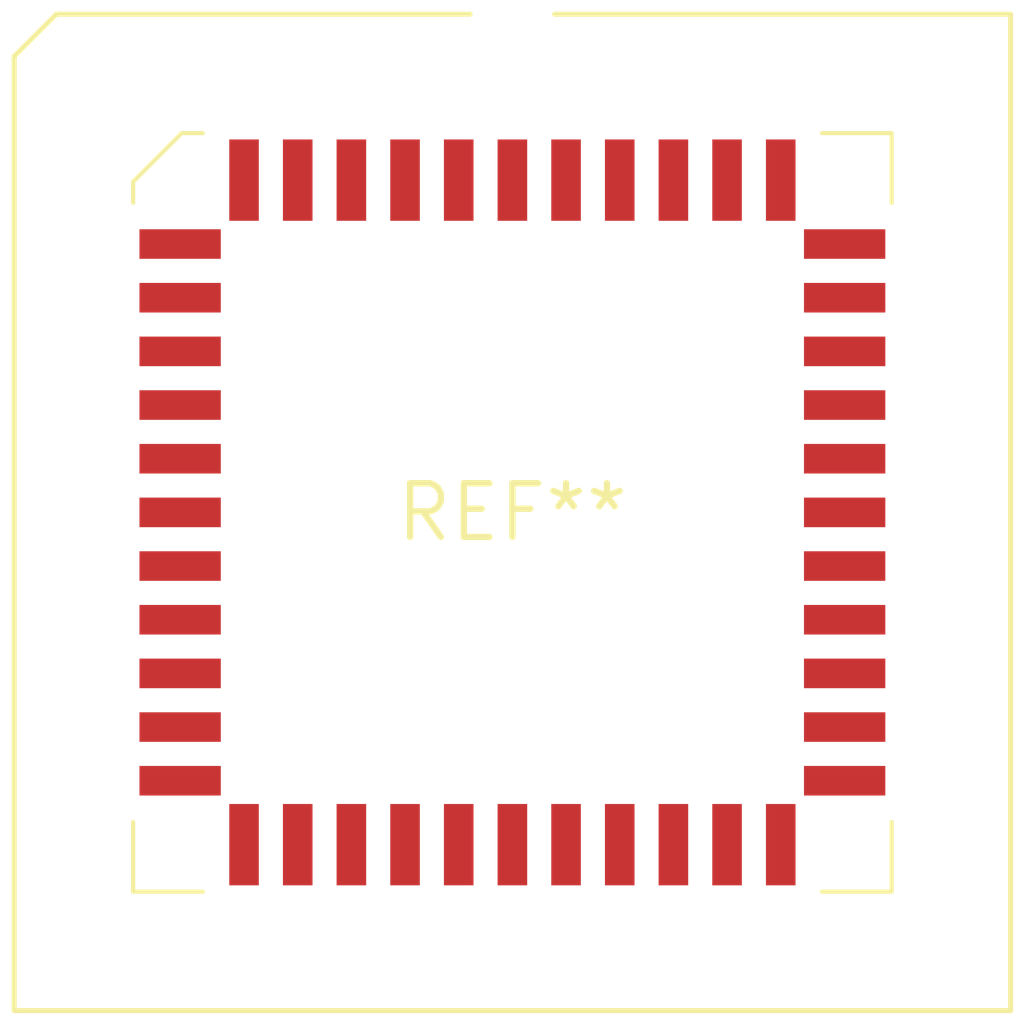
<source format=kicad_pcb>
(kicad_pcb (version 20240108) (generator pcbnew)
  (layers (0 "F.Cu" signal) (31 "B.Cu" signal) (34 "B.Paste" user) (35 "F.Paste" user) (36 "B.SilkS" user "B.Silkscreen") (37 "F.SilkS" user "F.Silkscreen") (38 "B.Mask" user) (39 "F.Mask" user) (44 "Edge.Cuts" user))
  (net 0 "")
  (footprint "PLCC-44_SMD-Socket" (layer "F.Cu") (at 0 0)
    (property "Reference" "REF**")
    (property "Value" "PLCC-44_SMD-Socket")
    (fp_line (start -11.79 -10.79) (end -11.79 11.79) (layer "F.SilkS") (stroke (width 0.12)))
    (fp_line (start -11.79 11.79) (end 11.79 11.79) (layer "F.SilkS") (stroke (width 0.12)))
    (fp_line (start -10.79 -11.79) (end -11.79 -10.79) (layer "F.SilkS") (stroke (width 0.12)))
    (fp_line (start -8.975 -7.825) (end -8.975 -7.325) (layer "F.SilkS") (stroke (width 0.1)))
    (fp_line (start -8.975 8.975) (end -8.975 7.325) (layer "F.SilkS") (stroke (width 0.1)))
    (fp_line (start -7.825 -8.975) (end -8.975 -7.825) (layer "F.SilkS") (stroke (width 0.1)))
    (fp_line (start -7.325 -8.975) (end -7.825 -8.975) (layer "F.SilkS") (stroke (width 0.1)))
    (fp_line (start -7.325 8.975) (end -8.975 8.975) (layer "F.SilkS") (stroke (width 0.1)))
    (fp_line (start -1 -11.79) (end -10.79 -11.79) (layer "F.SilkS") (stroke (width 0.12)))
    (fp_line (start 7.325 -8.975) (end 8.975 -8.975) (layer "F.SilkS") (stroke (width 0.1)))
    (fp_line (start 7.325 8.975) (end 8.975 8.975) (layer "F.SilkS") (stroke (width 0.1)))
    (fp_line (start 8.975 -8.975) (end 8.975 -7.325) (layer "F.SilkS") (stroke (width 0.1)))
    (fp_line (start 8.975 8.975) (end 8.975 7.325) (layer "F.SilkS") (stroke (width 0.1)))
    (fp_line (start 11.79 -11.79) (end 1 -11.79) (layer "F.SilkS") (stroke (width 0.12)))
    (fp_line (start 11.79 11.79) (end 11.79 -11.79) (layer "F.SilkS") (stroke (width 0.12)))
    (pad "1" smd rect (at 0 -7.8625) (size 0.7 1.925) (layers "F.Cu" "F.Paste" "F.Mask"))
    (pad "2" smd rect (at -1.27 -7.8625) (size 0.7 1.925) (layers "F.Cu" "F.Paste" "F.Mask"))
    (pad "3" smd rect (at -2.54 -7.8625) (size 0.7 1.925) (layers "F.Cu" "F.Paste" "F.Mask"))
    (pad "4" smd rect (at -3.81 -7.8625) (size 0.7 1.925) (layers "F.Cu" "F.Paste" "F.Mask"))
    (pad "5" smd rect (at -5.08 -7.8625) (size 0.7 1.925) (layers "F.Cu" "F.Paste" "F.Mask"))
    (pad "6" smd rect (at -6.35 -7.8625) (size 0.7 1.925) (layers "F.Cu" "F.Paste" "F.Mask"))
    (pad "7" smd rect (at -7.8625 -6.35) (size 1.925 0.7) (layers "F.Cu" "F.Paste" "F.Mask"))
    (pad "8" smd rect (at -7.8625 -5.08) (size 1.925 0.7) (layers "F.Cu" "F.Paste" "F.Mask"))
    (pad "9" smd rect (at -7.8625 -3.81) (size 1.925 0.7) (layers "F.Cu" "F.Paste" "F.Mask"))
    (pad "10" smd rect (at -7.8625 -2.54) (size 1.925 0.7) (layers "F.Cu" "F.Paste" "F.Mask"))
    (pad "11" smd rect (at -7.8625 -1.27) (size 1.925 0.7) (layers "F.Cu" "F.Paste" "F.Mask"))
    (pad "12" smd rect (at -7.8625 0) (size 1.925 0.7) (layers "F.Cu" "F.Paste" "F.Mask"))
    (pad "13" smd rect (at -7.8625 1.27) (size 1.925 0.7) (layers "F.Cu" "F.Paste" "F.Mask"))
    (pad "14" smd rect (at -7.8625 2.54) (size 1.925 0.7) (layers "F.Cu" "F.Paste" "F.Mask"))
    (pad "15" smd rect (at -7.8625 3.81) (size 1.925 0.7) (layers "F.Cu" "F.Paste" "F.Mask"))
    (pad "16" smd rect (at -7.8625 5.08) (size 1.925 0.7) (layers "F.Cu" "F.Paste" "F.Mask"))
    (pad "17" smd rect (at -7.8625 6.35) (size 1.925 0.7) (layers "F.Cu" "F.Paste" "F.Mask"))
    (pad "18" smd rect (at -6.35 7.8625) (size 0.7 1.925) (layers "F.Cu" "F.Paste" "F.Mask"))
    (pad "19" smd rect (at -5.08 7.8625) (size 0.7 1.925) (layers "F.Cu" "F.Paste" "F.Mask"))
    (pad "20" smd rect (at -3.81 7.8625) (size 0.7 1.925) (layers "F.Cu" "F.Paste" "F.Mask"))
    (pad "21" smd rect (at -2.54 7.8625) (size 0.7 1.925) (layers "F.Cu" "F.Paste" "F.Mask"))
    (pad "22" smd rect (at -1.27 7.8625) (size 0.7 1.925) (layers "F.Cu" "F.Paste" "F.Mask"))
    (pad "23" smd rect (at 0 7.8625) (size 0.7 1.925) (layers "F.Cu" "F.Paste" "F.Mask"))
    (pad "24" smd rect (at 1.27 7.8625) (size 0.7 1.925) (layers "F.Cu" "F.Paste" "F.Mask"))
    (pad "25" smd rect (at 2.54 7.8625) (size 0.7 1.925) (layers "F.Cu" "F.Paste" "F.Mask"))
    (pad "26" smd rect (at 3.81 7.8625) (size 0.7 1.925) (layers "F.Cu" "F.Paste" "F.Mask"))
    (pad "27" smd rect (at 5.08 7.8625) (size 0.7 1.925) (layers "F.Cu" "F.Paste" "F.Mask"))
    (pad "28" smd rect (at 6.35 7.8625) (size 0.7 1.925) (layers "F.Cu" "F.Paste" "F.Mask"))
    (pad "29" smd rect (at 7.8625 6.35) (size 1.925 0.7) (layers "F.Cu" "F.Paste" "F.Mask"))
    (pad "30" smd rect (at 7.8625 5.08) (size 1.925 0.7) (layers "F.Cu" "F.Paste" "F.Mask"))
    (pad "31" smd rect (at 7.8625 3.81) (size 1.925 0.7) (layers "F.Cu" "F.Paste" "F.Mask"))
    (pad "32" smd rect (at 7.8625 2.54) (size 1.925 0.7) (layers "F.Cu" "F.Paste" "F.Mask"))
    (pad "33" smd rect (at 7.8625 1.27) (size 1.925 0.7) (layers "F.Cu" "F.Paste" "F.Mask"))
    (pad "34" smd rect (at 7.8625 0) (size 1.925 0.7) (layers "F.Cu" "F.Paste" "F.Mask"))
    (pad "35" smd rect (at 7.8625 -1.27) (size 1.925 0.7) (layers "F.Cu" "F.Paste" "F.Mask"))
    (pad "36" smd rect (at 7.8625 -2.54) (size 1.925 0.7) (layers "F.Cu" "F.Paste" "F.Mask"))
    (pad "37" smd rect (at 7.8625 -3.81) (size 1.925 0.7) (layers "F.Cu" "F.Paste" "F.Mask"))
    (pad "38" smd rect (at 7.8625 -5.08) (size 1.925 0.7) (layers "F.Cu" "F.Paste" "F.Mask"))
    (pad "39" smd rect (at 7.8625 -6.35) (size 1.925 0.7) (layers "F.Cu" "F.Paste" "F.Mask"))
    (pad "40" smd rect (at 6.35 -7.8625) (size 0.7 1.925) (layers "F.Cu" "F.Paste" "F.Mask"))
    (pad "41" smd rect (at 5.08 -7.8625) (size 0.7 1.925) (layers "F.Cu" "F.Paste" "F.Mask"))
    (pad "42" smd rect (at 3.81 -7.8625) (size 0.7 1.925) (layers "F.Cu" "F.Paste" "F.Mask"))
    (pad "43" smd rect (at 2.54 -7.8625) (size 0.7 1.925) (layers "F.Cu" "F.Paste" "F.Mask"))
    (pad "44" smd rect (at 1.27 -7.8625) (size 0.7 1.925) (layers "F.Cu" "F.Paste" "F.Mask"))
  )
)
</source>
